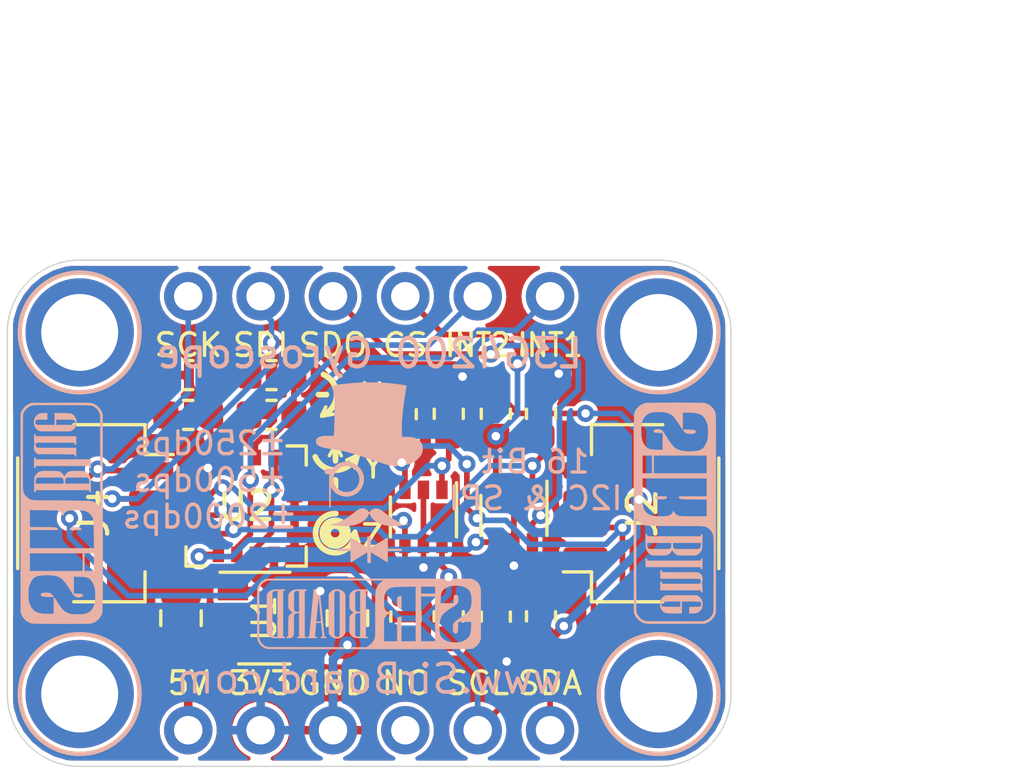
<source format=kicad_pcb>
(kicad_pcb (version 20171130) (host pcbnew "(5.1.2)-2")
  (title_block (title "L3G4200DTR Breakout with 5V Level Shift") (date 2020-01-21) (rev 1) (company SirBoard) (comment 1 www.SirBoard.com) (comment 2 "Gyroscope: ±250, ±500, ±2000 DPS ") (comment 3 "Digital 16 bit-rate value data output as well as 8-bit temperature data output") (comment 4 "L3G4200DTR - SirBlue"))
  (layers (0 F.Cu signal) (31 B.Cu signal) (34 B.Paste user hide) (35 F.Paste user hide) (36 B.SilkS user) (37 F.SilkS user) (38 B.Mask user hide) (39 F.Mask user hide) (44 Edge.Cuts user))
  (net 0 "")
  (net 1 GND)
  (net 2 5V)
  (net 3 3V3)
  (net 4 "Net-(U1-Pad4)")
  (net 5 INT1)
  (net 6 SCL_5V)
  (net 7 SDA_3V3)
  (net 8 SDA_5V)
  (net 9 SCL_3V3)
  (net 10 CS_5V)
  (net 11 CS_3V3)
  (net 12 PLL)
  (net 13 "Net-(C5-Pad2)")
  (net 14 NC)
  (net 15 DRDY)
  (net 16 SDO_5V)
  (net 17 SDO_3V3)
  (module logo:SirBoard79x25 (layer B.Cu) (at 65.278 39.497 180)
    (fp_text reference G*** hide)
    (fp_text value LOGO hide)
  )
  (module logo:logo63x89 (layer B.Cu) (at 65.278 34.544 180)
    (fp_text reference G*** hide)
    (fp_text value LOGO hide)
  )
  (module logo:SirBlue78x29 (layer B.Cu) (at 76.0095 35.9664 270)
    (fp_text reference G*** hide)
    (fp_text value LOGO hide)
  )
  (module logo:SirBlue78x29 (layer B.Cu) (at 54.483 35.9664 90)
    (fp_text reference G*** hide)
    (fp_text value LOGO hide)
  )
  (module Connector_PinHeader_2.54mm:PinHeader_1x06_P2.54mm_Vertical (layer B.Cu) (at 58.928 28.3464 270)
    (fp_text reference J3 hide)
    (fp_text value Conn_01x06)
    (pad 6 thru_hole oval (at 0 -12.7 270) (size 1.7 1.7) (drill 1) (layers *.Cu *.Mask) (net 5 INT1))
    (pad 5 thru_hole oval (at 0 -10.16 270) (size 1.7 1.7) (drill 1) (layers *.Cu *.Mask) (net 15 DRDY))
    (pad 4 thru_hole oval (at 0 -7.62 270) (size 1.7 1.7) (drill 1) (layers *.Cu *.Mask) (net 10 CS_5V))
    (pad 3 thru_hole oval (at 0 -5.08 270) (size 1.7 1.7) (drill 1) (layers *.Cu *.Mask) (net 16 SDO_5V))
    (pad 2 thru_hole oval (at 0 -2.54 270) (size 1.7 1.7) (drill 1) (layers *.Cu *.Mask) (net 8 SDA_5V))
    (pad 1 thru_hole circle (at 0 0 270) (size 1.7 1.7) (drill 1) (layers *.Cu *.Mask) (net 6 SCL_5V))
  )
  (module Connector_PinHeader_2.54mm:PinHeader_1x06_P2.54mm_Vertical (layer B.Cu) (at 58.928 43.5864 270)
    (fp_text reference J1 hide)
    (fp_text value Conn_01x06)
    (pad 6 thru_hole oval (at 0 -12.7 270) (size 1.7 1.7) (drill 1) (layers *.Cu *.Mask) (net 8 SDA_5V))
    (pad 5 thru_hole oval (at 0 -10.16 270) (size 1.7 1.7) (drill 1) (layers *.Cu *.Mask) (net 6 SCL_5V))
    (pad 4 thru_hole oval (at 0 -7.62 270) (size 1.7 1.7) (drill 1) (layers *.Cu *.Mask) (net 14 NC))
    (pad 3 thru_hole oval (at 0 -5.08 270) (size 1.7 1.7) (drill 1) (layers *.Cu *.Mask) (net 1 GND))
    (pad 2 thru_hole oval (at 0 -2.54 270) (size 1.7 1.7) (drill 1) (layers *.Cu *.Mask) (net 3 3V3))
    (pad 1 thru_hole circle (at 0 0 270) (size 1.7 1.7) (drill 1) (layers *.Cu *.Mask) (net 2 5V))
  )
  (module Package_LGA:LGA-16_4x4mm_P0.65mm_LayoutBorder4x4y (layer F.Cu) (at 60.96 35.7124)
    (fp_text reference U2 (at 0 0) (layer F.SilkS))
    (fp_text value L3G4200)
    (pad 16 smd rect (at -0.975 -1.7) (size 0.4 0.55) (layers F.Cu F.Paste F.Mask) (net 3 3V3))
    (pad 15 smd rect (at -0.325 -1.7) (size 0.4 0.55) (layers F.Cu F.Paste F.Mask) (net 3 3V3))
    (pad 14 smd rect (at 0.325 -1.7) (size 0.4 0.55) (layers F.Cu F.Paste F.Mask) (net 12 PLL))
    (pad 13 smd rect (at 0.975 -1.7) (size 0.4 0.55) (layers F.Cu F.Paste F.Mask) (net 1 GND))
    (pad 12 smd rect (at 1.7 -0.975) (size 0.55 0.4) (layers F.Cu F.Paste F.Mask) (net 1 GND))
    (pad 11 smd rect (at 1.7 -0.325) (size 0.55 0.4) (layers F.Cu F.Paste F.Mask) (net 1 GND))
    (pad 10 smd rect (at 1.7 0.325) (size 0.55 0.4) (layers F.Cu F.Paste F.Mask) (net 1 GND))
    (pad 9 smd rect (at 1.7 0.975) (size 0.55 0.4) (layers F.Cu F.Paste F.Mask) (net 1 GND))
    (pad 8 smd rect (at 0.975 1.7) (size 0.4 0.55) (layers F.Cu F.Paste F.Mask) (net 1 GND))
    (pad 7 smd rect (at 0.325 1.7) (size 0.4 0.55) (layers F.Cu F.Paste F.Mask) (net 5 INT1))
    (pad 6 smd rect (at -0.325 1.7) (size 0.4 0.55) (layers F.Cu F.Paste F.Mask) (net 15 DRDY))
    (pad 5 smd rect (at -0.975 1.7) (size 0.4 0.55) (layers F.Cu F.Paste F.Mask) (net 11 CS_3V3))
    (pad 4 smd rect (at -1.7 0.975) (size 0.55 0.4) (layers F.Cu F.Paste F.Mask) (net 17 SDO_3V3))
    (pad 3 smd rect (at -1.7 0.325) (size 0.55 0.4) (layers F.Cu F.Paste F.Mask) (net 7 SDA_3V3))
    (pad 2 smd rect (at -1.7 -0.325) (size 0.55 0.4) (layers F.Cu F.Paste F.Mask) (net 9 SCL_3V3))
    (pad 1 smd rect (at -1.7 -0.975) (size 0.55 0.4) (layers F.Cu F.Paste F.Mask) (net 3 3V3))
  )
  (module Package_TO_SOT_SMD:SOT-23-5 (layer F.Cu) (at 61.595 39.6494)
    (fp_text reference U1 (at 0 0 90) (layer F.SilkS) (effects (font (size 0.8 0.8) (thickness 0.12))))
    (fp_text value AP2127K-3.3)
    (pad 5 smd rect (at 1.1 -0.95) (size 1.06 0.65) (layers F.Cu F.Paste F.Mask) (net 3 3V3))
    (pad 4 smd rect (at 1.1 0.95) (size 1.06 0.65) (layers F.Cu F.Paste F.Mask) (net 4 "Net-(U1-Pad4)"))
    (pad 3 smd rect (at -1.1 0.95) (size 1.06 0.65) (layers F.Cu F.Paste F.Mask) (net 2 5V))
    (pad 2 smd rect (at -1.1 0) (size 1.06 0.65) (layers F.Cu F.Paste F.Mask) (net 1 GND))
    (pad 1 smd rect (at -1.1 -0.95) (size 1.06 0.65) (layers F.Cu F.Paste F.Mask) (net 2 5V))
  )
  (module Resistor_SMD:R_0603_1608Metric (layer F.Cu) (at 58.928 31.115 180)
    (fp_text reference R9 hide)
    (fp_text value 10K)
    (pad 2 smd roundrect (at 0.7875 0 180) (size 0.875 0.95) (layers F.Cu F.Paste F.Mask) (net 1 GND))
    (pad 1 smd roundrect (at -0.7875 0 180) (size 0.875 0.95) (layers F.Cu F.Paste F.Mask) (net 13 "Net-(C5-Pad2)"))
  )
  (module Connector_JST:JST_SH_SM04B-SRSS-TB_1x04-1MP_P1.00mm_Horizontal (layer F.Cu) (at 55.626 35.9664 270)
    (fp_text reference J4 (at 0 0 270) (layer F.SilkS))
    (fp_text value Conn_01x04)
    (pad MP smd roundrect (at 2.8 1.875 270) (size 1.2 1.8) (layers F.Cu F.Paste F.Mask) (roundrect_rratio 0.208333))
    (pad MP smd roundrect (at -2.8 1.875 270) (size 1.2 1.8) (layers F.Cu F.Paste F.Mask) (roundrect_rratio 0.208333))
    (pad 4 smd roundrect (at 1.5 -2 270) (size 0.6 1.55) (layers F.Cu F.Paste F.Mask) (net 1 GND))
    (pad 3 smd roundrect (at 0.5 -2 270) (size 0.6 1.55) (layers F.Cu F.Paste F.Mask) (net 2 5V))
    (pad 2 smd roundrect (at -0.5 -2 270) (size 0.6 1.55) (layers F.Cu F.Paste F.Mask) (net 8 SDA_5V))
    (pad 1 smd roundrect (at -1.5 -2 270) (size 0.6 1.55) (layers F.Cu F.Paste F.Mask) (net 6 SCL_5V))
  )
  (module Connector_JST:JST_SH_SM04B-SRSS-TB_1x04-1MP_P1.00mm_Horizontal (layer F.Cu) (at 74.8665 35.9664 90)
    (fp_text reference J2 (at 0 0 90) (layer F.SilkS))
    (fp_text value Conn_01x04)
    (pad MP smd roundrect (at 2.8 1.875 90) (size 1.2 1.8) (layers F.Cu F.Paste F.Mask) (roundrect_rratio 0.208333))
    (pad MP smd roundrect (at -2.8 1.875 90) (size 1.2 1.8) (layers F.Cu F.Paste F.Mask) (roundrect_rratio 0.208333))
    (pad 4 smd roundrect (at 1.5 -2 90) (size 0.6 1.55) (layers F.Cu F.Paste F.Mask) (net 1 GND))
    (pad 3 smd roundrect (at 0.5 -2 90) (size 0.6 1.55) (layers F.Cu F.Paste F.Mask) (net 2 5V))
    (pad 2 smd roundrect (at -0.5 -2 90) (size 0.6 1.55) (layers F.Cu F.Paste F.Mask) (net 8 SDA_5V))
    (pad 1 smd roundrect (at -1.5 -2 90) (size 0.6 1.55) (layers F.Cu F.Paste F.Mask) (net 6 SCL_5V))
  )
  (module Capacitor_SMD:C_0603_1608Metric (layer F.Cu) (at 61.849 31.115 180)
    (fp_text reference C5 hide)
    (fp_text value 470nF)
    (pad 2 smd roundrect (at 0.7875 0 180) (size 0.875 0.95) (layers F.Cu F.Paste F.Mask) (net 13 "Net-(C5-Pad2)"))
    (pad 1 smd roundrect (at -0.7875 0 180) (size 0.875 0.95) (layers F.Cu F.Paste F.Mask) (net 12 PLL))
  )
  (module Capacitor_SMD:C_0805_2012Metric (layer F.Cu) (at 64.516 39.6494 270)
    (fp_text reference C4 hide)
    (fp_text value 10uF)
    (pad 2 smd roundrect (at 0.9375 0 270) (size 0.975 1.4) (layers F.Cu F.Paste F.Mask) (net 1 GND))
    (pad 1 smd roundrect (at -0.9375 0 270) (size 0.975 1.4) (layers F.Cu F.Paste F.Mask) (net 3 3V3))
  )
  (module Capacitor_SMD:C_0603_1608Metric (layer F.Cu) (at 61.849 32.512 180)
    (fp_text reference C3 hide)
    (fp_text value 10nF)
    (pad 2 smd roundrect (at 0.7875 0 180) (size 0.875 0.95) (layers F.Cu F.Paste F.Mask) (net 1 GND))
    (pad 1 smd roundrect (at -0.7875 0 180) (size 0.875 0.95) (layers F.Cu F.Paste F.Mask) (net 12 PLL))
  )
  (module Capacitor_SMD:C_0603_1608Metric (layer F.Cu) (at 58.928 32.512 180)
    (fp_text reference C2 hide)
    (fp_text value 100nF)
    (pad 2 smd roundrect (at 0.7875 0 180) (size 0.875 0.95) (layers F.Cu F.Paste F.Mask) (net 1 GND))
    (pad 1 smd roundrect (at -0.7875 0 180) (size 0.875 0.95) (layers F.Cu F.Paste F.Mask) (net 3 3V3))
  )
  (module Capacitor_SMD:C_0805_2012Metric (layer F.Cu) (at 58.674 39.6494 90)
    (fp_text reference C1 hide)
    (fp_text value 10uF)
    (pad 2 smd roundrect (at 0.9375 0 90) (size 0.975 1.4) (layers F.Cu F.Paste F.Mask) (net 1 GND))
    (pad 1 smd roundrect (at -0.9375 0 90) (size 0.975 1.4) (layers F.Cu F.Paste F.Mask) (net 2 5V))
  )
  (module SirBoardLibrary:MountingHole_M2.5_SirBoard (layer F.Cu) (at 55.118 42.3164 270)
    (fp_text reference H1 hide)
    (fp_text value MountingHole)
    (pad 1 thru_hole circle (at 0 0 270) (size 3.8 3.8) (drill 2.7) (layers *.Cu *.Mask))
  )
  (module SirBoardLibrary:MountingHole_M2.5_SirBoard (layer F.Cu) (at 55.118 29.6164 270)
    (fp_text reference H2 hide)
    (fp_text value MountingHole)
    (pad 1 thru_hole circle (at 0 0 270) (size 3.8 3.8) (drill 2.7) (layers *.Cu *.Mask))
  )
  (module SirBoardLibrary:MountingHole_M2.5_SirBoard (layer F.Cu) (at 75.438 42.3164 90)
    (fp_text reference H3 hide)
    (fp_text value MountingHole)
    (pad 1 thru_hole circle (at 0 0 90) (size 3.8 3.8) (drill 2.7) (layers *.Cu *.Mask))
  )
  (module SirBoardLibrary:MountingHole_M2.5_SirBoard (layer F.Cu) (at 75.438 29.6164 90)
    (fp_text reference H4 hide)
    (fp_text value MountingHole)
    (pad 1 thru_hole circle (at 0 0 90) (size 3.8 3.8) (drill 2.7) (layers *.Cu *.Mask))
  )
  (module Resistor_SMD:R_0603_1608Metric (layer F.Cu) (at 66.421 32.4866 270)
    (fp_text reference R8 hide)
    (fp_text value 10K)
    (pad 2 smd roundrect (at 0.7875 0 270) (size 0.875 0.95) (layers F.Cu F.Paste F.Mask) (net 8 SDA_5V))
    (pad 1 smd roundrect (at -0.7875 0 270) (size 0.875 0.95) (layers F.Cu F.Paste F.Mask) (net 2 5V))
  )
  (module Resistor_SMD:R_0603_1608Metric (layer F.Cu) (at 66.548 39.5986 270)
    (fp_text reference R7 hide)
    (fp_text value 10K)
    (pad 2 smd roundrect (at 0.7875 0 270) (size 0.875 0.95) (layers F.Cu F.Paste F.Mask) (net 3 3V3))
    (pad 1 smd roundrect (at -0.7875 0 270) (size 0.875 0.95) (layers F.Cu F.Paste F.Mask) (net 7 SDA_3V3))
  )
  (module Resistor_SMD:R_0603_1608Metric (layer F.Cu) (at 68.072 39.5859 90)
    (fp_text reference R6 hide)
    (fp_text value 10K)
    (pad 2 smd roundrect (at 0.7875 0 90) (size 0.875 0.95) (layers F.Cu F.Paste F.Mask) (net 6 SCL_5V))
    (pad 1 smd roundrect (at -0.7875 0 90) (size 0.875 0.95) (layers F.Cu F.Paste F.Mask) (net 2 5V))
  )
  (module Resistor_SMD:R_0603_1608Metric (layer F.Cu) (at 68.072 32.4739 90)
    (fp_text reference R5 hide)
    (fp_text value 10K)
    (pad 2 smd roundrect (at 0.7875 0 90) (size 0.875 0.95) (layers F.Cu F.Paste F.Mask) (net 3 3V3))
    (pad 1 smd roundrect (at -0.7875 0 90) (size 0.875 0.95) (layers F.Cu F.Paste F.Mask) (net 9 SCL_3V3))
  )
  (module Resistor_SMD:R_0603_1608Metric (layer F.Cu) (at 69.723 32.4739 270)
    (fp_text reference R4 hide)
    (fp_text value 10K)
    (pad 2 smd roundrect (at 0.7875 0 270) (size 0.875 0.95) (layers F.Cu F.Paste F.Mask) (net 10 CS_5V))
    (pad 1 smd roundrect (at -0.7875 0 270) (size 0.875 0.95) (layers F.Cu F.Paste F.Mask) (net 2 5V))
  )
  (module Resistor_SMD:R_0603_1608Metric (layer F.Cu) (at 69.723 39.5986 270)
    (fp_text reference R3 hide)
    (fp_text value 10K)
    (pad 2 smd roundrect (at 0.7875 0 270) (size 0.875 0.95) (layers F.Cu F.Paste F.Mask) (net 3 3V3))
    (pad 1 smd roundrect (at -0.7875 0 270) (size 0.875 0.95) (layers F.Cu F.Paste F.Mask) (net 11 CS_3V3))
  )
  (module Resistor_SMD:R_0603_1608Metric (layer F.Cu) (at 71.3105 39.5859 90)
    (fp_text reference R2 hide)
    (fp_text value 10K)
    (pad 2 smd roundrect (at 0.7875 0 90) (size 0.875 0.95) (layers F.Cu F.Paste F.Mask) (net 16 SDO_5V))
    (pad 1 smd roundrect (at -0.7875 0 90) (size 0.875 0.95) (layers F.Cu F.Paste F.Mask) (net 2 5V))
  )
  (module Resistor_SMD:R_0603_1608Metric (layer F.Cu) (at 71.3105 32.4739 90)
    (fp_text reference R1 hide)
    (fp_text value 10K)
    (pad 2 smd roundrect (at 0.7875 0 90) (size 0.875 0.95) (layers F.Cu F.Paste F.Mask) (net 3 3V3))
    (pad 1 smd roundrect (at -0.7875 0 90) (size 0.875 0.95) (layers F.Cu F.Paste F.Mask) (net 17 SDO_3V3))
  )
  (module Package_TO_SOT_SMD:SOT-363_SC-70-6 (layer F.Cu) (at 67.183 36.0934 270)
    (fp_text reference Q2 hide)
    (fp_text value BSS138DW)
    (pad 6 smd rect (at 0.95 -0.65 270) (size 0.65 0.4) (layers F.Cu F.Paste F.Mask) (net 6 SCL_5V))
    (pad 4 smd rect (at 0.95 0.65 270) (size 0.65 0.4) (layers F.Cu F.Paste F.Mask) (net 7 SDA_3V3))
    (pad 2 smd rect (at -0.95 0 270) (size 0.65 0.4) (layers F.Cu F.Paste F.Mask) (net 3 3V3))
    (pad 5 smd rect (at 0.95 0 270) (size 0.65 0.4) (layers F.Cu F.Paste F.Mask) (net 3 3V3))
    (pad 3 smd rect (at -0.95 0.65 270) (size 0.65 0.4) (layers F.Cu F.Paste F.Mask) (net 8 SDA_5V))
    (pad 1 smd rect (at -0.95 -0.65 270) (size 0.65 0.4) (layers F.Cu F.Paste F.Mask) (net 9 SCL_3V3))
  )
  (module Package_TO_SOT_SMD:SOT-363_SC-70-6 (layer F.Cu) (at 70.358 36.0426 270)
    (fp_text reference Q1 hide)
    (fp_text value BSS138DW)
    (pad 6 smd rect (at 0.95 -0.65 270) (size 0.65 0.4) (layers F.Cu F.Paste F.Mask) (net 16 SDO_5V))
    (pad 4 smd rect (at 0.95 0.65 270) (size 0.65 0.4) (layers F.Cu F.Paste F.Mask) (net 11 CS_3V3))
    (pad 2 smd rect (at -0.95 0 270) (size 0.65 0.4) (layers F.Cu F.Paste F.Mask) (net 3 3V3))
    (pad 5 smd rect (at 0.95 0 270) (size 0.65 0.4) (layers F.Cu F.Paste F.Mask) (net 3 3V3))
    (pad 3 smd rect (at -0.95 0.65 270) (size 0.65 0.4) (layers F.Cu F.Paste F.Mask) (net 10 CS_5V))
    (pad 1 smd rect (at -0.95 -0.65 270) (size 0.65 0.4) (layers F.Cu F.Paste F.Mask) (net 17 SDO_3V3))
  )
  (gr_text "16 Bit\nI2C & SPI" (at 71.12 34.798) (layer B.SilkS) (effects (font (size 0.8 0.8) (thickness 0.12)) (justify mirror)))
  (gr_line (start 63.754 32.2326) (end 63.6016 32.5501) (layer F.SilkS) (width 0.12))
  (gr_line (start 63.6143 32.5628) (end 64.0207 32.4866) (layer F.SilkS) (width 0.12))
  (gr_arc (start 63.3603 31.8008) (end 63.6651 32.512) (angle -132.8389205) (layer F.SilkS) (width 0.2))
  (gr_line (start 63.5 31.8008) (end 63.7794 31.8008) (layer F.SilkS) (width 0.2))
  (gr_line (start 64.4525 31.8008) (end 64.9351 31.8008) (layer F.SilkS) (width 0.2))
  (gr_line (start 65.024 31.8008) (end 64.6303 31.5849) (layer F.SilkS) (width 0.12))
  (gr_line (start 65.0113 31.8135) (end 64.6303 32.004) (layer F.SilkS) (width 0.12))
  (gr_line (start 64.1096 33.5661) (end 64.3001 33.9471) (layer F.SilkS) (width 0.12))
  (gr_line (start 64.0969 33.5534) (end 63.881 33.9471) (layer F.SilkS) (width 0.12))
  (gr_text Y (at 65.4177 34.3281) (layer F.SilkS) (effects (font (size 0.8 0.8) (thickness 0.13))))
  (gr_text Z (at 65.3923 36.703 180) (layer F.SilkS) (effects (font (size 0.8 0.8) (thickness 0.13))))
  (gr_text X (at 65.3796 31.8262) (layer F.SilkS) (effects (font (size 0.8 0.8) (thickness 0.13))))
  (gr_circle (center 64.0842 36.6649) (end 64.2342 36.6649) (layer F.SilkS) (width 0.4))
  (gr_arc (start 64.0842 36.6649) (end 64.1096 35.9791) (angle -272.1210964) (layer F.SilkS) (width 0.2))
  (gr_line (start 64.516 36.9062) (end 64.7827 36.5887) (layer F.SilkS) (width 0.12))
  (gr_line (start 64.7954 36.5887) (end 64.9224 36.9951) (layer F.SilkS) (width 0.12))
  (gr_line (start 64.0969 34.1249) (end 64.0969 33.6423) (layer F.SilkS) (width 0.2))
  (gr_line (start 64.0969 35.0774) (end 64.0969 34.798) (layer F.SilkS) (width 0.2))
  (gr_arc (start 64.0969 33.6804) (end 63.3857 33.9852) (angle -132.8389205) (layer F.SilkS) (width 0.2))
  (gr_line (start 64.7827 34.3789) (end 64.897 33.9471) (layer F.SilkS) (width 0.12))
  (gr_line (start 64.8716 33.9217) (end 64.4906 34.0995) (layer F.SilkS) (width 0.12))
  (gr_text INT1 (at 71.628 30.0609) (layer F.SilkS) (effects (font (size 0.8 0.7) (thickness 0.12))))
  (gr_text INT2 (at 69.088 30.0609) (layer F.SilkS) (effects (font (size 0.8 0.7) (thickness 0.12))))
  (gr_text SCK (at 58.928 30.0609) (layer F.SilkS) (effects (font (size 0.8 0.8) (thickness 0.12))))
  (gr_text SDI (at 61.468 30.0609) (layer F.SilkS) (effects (font (size 0.8 0.8) (thickness 0.12))))
  (gr_text SDO (at 64.008 30.0609) (layer F.SilkS) (effects (font (size 0.8 0.8) (thickness 0.12))))
  (gr_text CS (at 66.548 30.0609) (layer F.SilkS) (effects (font (size 0.8 0.8) (thickness 0.12))))
  (gr_text 5V (at 58.928 41.9354) (layer F.SilkS) (effects (font (size 0.8 0.8) (thickness 0.12))))
  (gr_text 3V3 (at 61.468 41.9354) (layer F.SilkS) (effects (font (size 0.8 0.8) (thickness 0.12))))
  (gr_text GND (at 64.008 41.9354) (layer F.SilkS) (effects (font (size 0.8 0.8) (thickness 0.12))))
  (gr_text NC (at 66.548 41.9354) (layer F.SilkS) (effects (font (size 0.8 0.8) (thickness 0.12))))
  (gr_text SCL (at 69.088 41.9354) (layer F.SilkS) (effects (font (size 0.8 0.8) (thickness 0.12))))
  (gr_text SDA (at 71.628 41.9354) (layer F.SilkS) (effects (font (size 0.8 0.8) (thickness 0.12))))
  (gr_arc (start 55.118 29.6164) (end 55.118 27.0764) (angle -90) (layer Edge.Cuts) (width 0.05))
  (gr_arc (start 75.438 29.6164) (end 77.978 29.6164) (angle -90) (layer Edge.Cuts) (width 0.05))
  (gr_arc (start 75.438 42.3164) (end 75.438 44.8564) (angle -90) (layer Edge.Cuts) (width 0.05))
  (gr_arc (start 55.118 42.3164) (end 52.578 42.3164) (angle -90) (layer Edge.Cuts) (width 0.05))
  (gr_line (start 52.578 42.3164) (end 52.578 29.6164) (layer Edge.Cuts) (width 0.05))
  (gr_line (start 55.118 27.0764) (end 75.438 27.0764) (layer Edge.Cuts) (width 0.05))
  (gr_line (start 77.978 29.6164) (end 77.978 42.3164) (layer Edge.Cuts) (width 0.05))
  (gr_line (start 75.438 44.8564) (end 55.118 44.8564) (layer Edge.Cuts) (width 0.05))
  (gr_text "L3G4200 Gyroscope" (at 65.278 30.353) (layer B.SilkS) (effects (font (size 1 1)) (justify mirror)))
  (gr_text "±250dps\n±500dps\n±2000dps" (at 59.69 34.798) (layer B.SilkS) (effects (font (size 0.8 0.8) (thickness 0.12)) (justify mirror)))
  (gr_text www.SirBoard.com (at 65.278 41.783) (layer B.SilkS) (effects (font (size 1 1) (thickness 0.13)) (justify mirror)))
  (via (at 64.516 40.5892) (size 0.6) (drill 0.3) (layers F.Cu B.Cu) (net 1))
  (segment (start 64.008 41.0972) (end 64.516 40.5892) (width 0.3) (layer B.Cu) (net 1))
  (segment (start 64.008 43.5864) (end 64.008 41.0972) (width 0.3) (layer B.Cu) (net 1))
  (segment (start 58.674 40.5869) (end 58.674 41.7449) (width 0.3) (layer F.Cu) (net 2))
  (segment (start 58.928 41.9989) (end 58.928 43.5864) (width 0.3) (layer F.Cu) (net 2))
  (segment (start 58.674 41.7449) (end 58.928 41.9989) (width 0.3) (layer F.Cu) (net 2))
  (segment (start 58.6865 40.5994) (end 58.674 40.5869) (width 0.3) (layer F.Cu) (net 2))
  (segment (start 60.495 40.5994) (end 58.6865 40.5994) (width 0.3) (layer F.Cu) (net 2))
  (segment (start 61.2165 40.5994) (end 60.495 40.5994) (width 0.3) (layer F.Cu) (net 2))
  (segment (start 61.468 40.3479) (end 61.2165 40.5994) (width 0.3) (layer F.Cu) (net 2))
  (segment (start 61.468 38.9509) (end 61.468 40.3479) (width 0.3) (layer F.Cu) (net 2))
  (segment (start 60.495 38.6994) (end 61.2165 38.6994) (width 0.3) (layer F.Cu) (net 2))
  (segment (start 61.2165 38.6994) (end 61.468 38.9509) (width 0.3) (layer F.Cu) (net 2))
  (segment (start 70.848888 39.911788) (end 71.3105 40.3734) (width 0.2) (layer F.Cu) (net 2))
  (segment (start 70.523 39.5859) (end 70.848888 39.911788) (width 0.2) (layer F.Cu) (net 2))
  (segment (start 68.072 40.3734) (end 68.8595 39.5859) (width 0.2) (layer F.Cu) (net 2))
  (segment (start 68.8595 39.5859) (end 70.523 39.5859) (width 0.2) (layer F.Cu) (net 2))
  (segment (start 69.261388 32.148012) (end 69.723 31.6864) (width 0.2) (layer F.Cu) (net 2))
  (segment (start 68.9355 32.4739) (end 69.261388 32.148012) (width 0.2) (layer F.Cu) (net 2))
  (segment (start 66.421 31.6991) (end 67.1958 32.4739) (width 0.2) (layer F.Cu) (net 2))
  (segment (start 67.1958 32.4739) (end 68.9355 32.4739) (width 0.2) (layer F.Cu) (net 2))
  (segment (start 68.072 40.3734) (end 66.637 41.8084) (width 0.3) (layer F.Cu) (net 2))
  (segment (start 66.637 41.8084) (end 60.96 41.8084) (width 0.3) (layer F.Cu) (net 2))
  (segment (start 60.495 41.3434) (end 60.495 40.5994) (width 0.3) (layer F.Cu) (net 2))
  (segment (start 60.96 41.8084) (end 60.495 41.3434) (width 0.3) (layer F.Cu) (net 2))
  (via (at 72.1106 39.9288) (size 0.6) (drill 0.3) (layers F.Cu B.Cu) (net 2))
  (segment (start 71.3105 40.3734) (end 71.666 40.3734) (width 0.3) (layer F.Cu) (net 2))
  (segment (start 71.666 40.3734) (end 72.1106 39.9288) (width 0.3) (layer F.Cu) (net 2))
  (segment (start 72.1106 39.9288) (end 75.1078 36.9316) (width 0.3) (layer B.Cu) (net 2))
  (via (at 74.7522 35.4838) (size 0.6) (drill 0.3) (layers F.Cu B.Cu) (net 2))
  (segment (start 75.1078 36.9316) (end 75.1078 35.8394) (width 0.3) (layer B.Cu) (net 2))
  (segment (start 75.1078 35.8394) (end 74.7522 35.4838) (width 0.3) (layer B.Cu) (net 2))
  (segment (start 72.8839 35.4838) (end 72.8665 35.4664) (width 0.3) (layer F.Cu) (net 2))
  (segment (start 74.7522 35.4838) (end 72.8839 35.4838) (width 0.3) (layer F.Cu) (net 2))
  (segment (start 70.4978 32.4612) (end 72.8726 32.4612) (width 0.2) (layer F.Cu) (net 2))
  (segment (start 69.723 31.6864) (end 70.4978 32.4612) (width 0.2) (layer F.Cu) (net 2))
  (via (at 72.8726 32.4612) (size 0.6) (drill 0.3) (layers F.Cu B.Cu) (net 2))
  (segment (start 74.7522 33.1216) (end 74.7522 35.4838) (width 0.2) (layer B.Cu) (net 2))
  (segment (start 72.8726 32.4612) (end 74.0918 32.4612) (width 0.2) (layer B.Cu) (net 2))
  (segment (start 74.0918 32.4612) (end 74.7522 33.1216) (width 0.2) (layer B.Cu) (net 2))
  (segment (start 57.5541 40.5869) (end 58.674 40.5869) (width 0.3) (layer F.Cu) (net 2))
  (segment (start 55.7784 38.8112) (end 57.5541 40.5869) (width 0.3) (layer F.Cu) (net 2))
  (segment (start 55.7784 37.0586) (end 55.7784 38.8112) (width 0.3) (layer F.Cu) (net 2))
  (segment (start 57.626 36.4664) (end 56.3706 36.4664) (width 0.3) (layer F.Cu) (net 2))
  (segment (start 56.3706 36.4664) (end 55.7784 37.0586) (width 0.3) (layer F.Cu) (net 2))
  (segment (start 64.5035 38.6994) (end 64.516 38.7119) (width 0.3) (layer F.Cu) (net 3))
  (segment (start 62.695 38.6994) (end 63.561 38.6994) (width 0.3) (layer F.Cu) (net 3))
  (segment (start 63.561 38.6994) (end 64.5035 38.6994) (width 0.3) (layer F.Cu) (net 3))
  (via (at 63.561 38.6994) (size 0.6) (drill 0.3) (layers F.Cu B.Cu) (net 3))
  (segment (start 60.635 34.0124) (end 59.985 34.0124) (width 0.2) (layer F.Cu) (net 3))
  (segment (start 59.26 34.7374) (end 59.6225 34.3749) (width 0.2) (layer F.Cu) (net 3))
  (segment (start 59.6225 34.3749) (end 59.985 34.0124) (width 0.2) (layer F.Cu) (net 3))
  (via (at 59.6225 34.3749) (size 0.6) (drill 0.3) (layers F.Cu B.Cu) (net 3))
  (segment (start 66.1902 40.3861) (end 66.548 40.3861) (width 0.2) (layer F.Cu) (net 3))
  (segment (start 64.516 38.7119) (end 66.1902 40.3861) (width 0.2) (layer F.Cu) (net 3))
  (segment (start 67.183 37.0434) (end 67.183 35.1434) (width 0.2) (layer F.Cu) (net 3))
  (segment (start 70.358 35.0926) (end 70.358 36.9926) (width 0.2) (layer F.Cu) (net 3))
  (via (at 67.183 37.8714) (size 0.6) (drill 0.3) (layers F.Cu B.Cu) (net 3))
  (segment (start 67.183 37.0434) (end 67.183 37.8714) (width 0.2) (layer F.Cu) (net 3))
  (via (at 70.358 37.8079) (size 0.6) (drill 0.3) (layers F.Cu B.Cu) (net 3))
  (segment (start 70.358 36.9926) (end 70.358 37.8079) (width 0.2) (layer F.Cu) (net 3))
  (via (at 70.104 41.1734) (size 0.6) (drill 0.3) (layers F.Cu B.Cu) (net 3))
  (segment (start 69.723 40.3861) (end 69.723 40.7924) (width 0.2) (layer F.Cu) (net 3))
  (segment (start 69.723 40.7924) (end 70.104 41.1734) (width 0.2) (layer F.Cu) (net 3))
  (via (at 71.9328 31.0642) (size 0.6) (drill 0.3) (layers F.Cu B.Cu) (net 3))
  (segment (start 71.3105 31.6864) (end 71.3106 31.6864) (width 0.3) (layer F.Cu) (net 3))
  (segment (start 71.3106 31.6864) (end 71.9328 31.0642) (width 0.3) (layer F.Cu) (net 3))
  (via (at 68.5546 31.1658) (size 0.6) (drill 0.3) (layers F.Cu B.Cu) (net 3))
  (segment (start 68.072 31.6864) (end 68.072 31.6484) (width 0.3) (layer F.Cu) (net 3))
  (segment (start 68.072 31.6484) (end 68.5546 31.1658) (width 0.3) (layer F.Cu) (net 3))
  (via (at 68.5546 31.1658) (size 0.6) (drill 0.3) (layers F.Cu B.Cu) (net 3))
  (segment (start 59.7155 33.2679) (end 59.7155 32.512) (width 0.2) (layer F.Cu) (net 3))
  (segment (start 59.985 34.0124) (end 59.985 33.5374) (width 0.2) (layer F.Cu) (net 3))
  (segment (start 59.985 33.5374) (end 59.7155 33.2679) (width 0.2) (layer F.Cu) (net 3))
  (via (at 61.849 35.1409) (size 0.6) (drill 0.3) (layers F.Cu B.Cu) (net 5))
  (segment (start 61.285 37.4124) (end 61.285 37.208664) (width 0.2) (layer F.Cu) (net 5))
  (segment (start 61.285 37.208664) (end 61.849 36.644664) (width 0.2) (layer F.Cu) (net 5))
  (segment (start 61.849 35.565164) (end 61.849 35.1409) (width 0.2) (layer F.Cu) (net 5))
  (segment (start 61.849 36.644664) (end 61.849 35.565164) (width 0.2) (layer F.Cu) (net 5))
  (segment (start 70.4342 29.5402) (end 71.628 28.3464) (width 0.2) (layer B.Cu) (net 5))
  (segment (start 69.1007 29.5402) (end 70.4342 29.5402) (width 0.2) (layer B.Cu) (net 5))
  (segment (start 68.1355 30.5054) (end 69.1007 29.5402) (width 0.2) (layer B.Cu) (net 5))
  (segment (start 64.5795 30.5054) (end 68.1355 30.5054) (width 0.2) (layer B.Cu) (net 5))
  (segment (start 61.849 35.1409) (end 61.849 33.2359) (width 0.2) (layer B.Cu) (net 5))
  (segment (start 61.849 33.2359) (end 64.5795 30.5054) (width 0.2) (layer B.Cu) (net 5))
  (segment (start 67.833 37.0434) (end 67.833 37.8229) (width 0.2) (layer F.Cu) (net 6))
  (segment (start 68.072 38.0619) (end 68.072 38.7984) (width 0.2) (layer F.Cu) (net 6))
  (segment (start 67.833 37.8229) (end 68.072 38.0619) (width 0.2) (layer F.Cu) (net 6))
  (via (at 68.072 38.2016) (size 0.6) (drill 0.3) (layers F.Cu B.Cu) (net 6))
  (segment (start 68.072 38.0619) (end 68.071994 38.061906) (width 0.2) (layer F.Cu) (net 6))
  (segment (start 70.9676 41.7068) (end 69.088 43.5864) (width 0.2) (layer F.Cu) (net 6))
  (segment (start 71.628 41.7068) (end 70.9676 41.7068) (width 0.2) (layer F.Cu) (net 6))
  (segment (start 73.152 40.1828) (end 71.628 41.7068) (width 0.2) (layer F.Cu) (net 6))
  (segment (start 72.8665 37.4664) (end 73.152 37.7519) (width 0.2) (layer F.Cu) (net 6))
  (segment (start 73.152 37.7519) (end 73.152 40.1828) (width 0.2) (layer F.Cu) (net 6))
  (via (at 54.7624 36.1442) (size 0.6) (drill 0.3) (layers F.Cu B.Cu) (net 6))
  (segment (start 54.7624 35.3822) (end 54.7624 36.1442) (width 0.2) (layer F.Cu) (net 6))
  (segment (start 57.626 34.4664) (end 55.6782 34.4664) (width 0.2) (layer F.Cu) (net 6))
  (segment (start 55.6782 34.4664) (end 54.7624 35.3822) (width 0.2) (layer F.Cu) (net 6))
  (segment (start 68.072 38.7984) (end 68.072 38.2016) (width 0.2) (layer B.Cu) (net 6))
  (segment (start 66.361641 39.657959) (end 67.212441 39.657959) (width 0.2) (layer B.Cu) (net 6))
  (segment (start 67.212441 39.657959) (end 68.072 38.7984) (width 0.2) (layer B.Cu) (net 6))
  (segment (start 67.216959 39.657959) (end 66.361641 39.657959) (width 0.2) (layer B.Cu) (net 6))
  (segment (start 69.088 43.5864) (end 69.088 41.529) (width 0.2) (layer B.Cu) (net 6))
  (segment (start 69.088 41.529) (end 67.216959 39.657959) (width 0.2) (layer B.Cu) (net 6))
  (via (at 55.753 34.417) (size 0.6) (drill 0.3) (layers F.Cu B.Cu) (net 6))
  (segment (start 56.261 34.417) (end 55.753 34.417) (width 0.2) (layer B.Cu) (net 6))
  (segment (start 58.928 28.3464) (end 58.928 31.75) (width 0.2) (layer B.Cu) (net 6))
  (segment (start 58.928 31.75) (end 56.261 34.417) (width 0.2) (layer B.Cu) (net 6))
  (segment (start 64.638581 37.9349) (end 66.361641 39.657959) (width 0.2) (layer B.Cu) (net 6))
  (segment (start 61.8871 37.9349) (end 64.638581 37.9349) (width 0.2) (layer B.Cu) (net 6))
  (segment (start 60.96 38.862) (end 61.8871 37.9349) (width 0.2) (layer B.Cu) (net 6))
  (segment (start 56.8198 38.862) (end 60.96 38.862) (width 0.2) (layer B.Cu) (net 6))
  (segment (start 54.7624 36.1442) (end 54.7624 36.8046) (width 0.2) (layer B.Cu) (net 6))
  (segment (start 54.7624 36.8046) (end 56.8198 38.862) (width 0.2) (layer B.Cu) (net 6))
  (segment (start 66.533 38.7961) (end 66.548 38.8111) (width 0.2) (layer F.Cu) (net 7))
  (segment (start 66.533 37.0434) (end 66.533 38.7961) (width 0.2) (layer F.Cu) (net 7))
  (via (at 60.1345 35.8394) (size 0.6) (drill 0.3) (layers F.Cu B.Cu) (net 7))
  (segment (start 59.9365 36.0374) (end 60.1345 35.8394) (width 0.2) (layer F.Cu) (net 7))
  (segment (start 59.26 36.0374) (end 59.9365 36.0374) (width 0.2) (layer F.Cu) (net 7))
  (via (at 66.4845 36.2204) (size 0.6) (drill 0.3) (layers F.Cu B.Cu) (net 7))
  (segment (start 66.533 36.2689) (end 66.4845 36.2204) (width 0.2) (layer F.Cu) (net 7))
  (segment (start 66.533 37.0434) (end 66.533 36.2689) (width 0.2) (layer F.Cu) (net 7))
  (segment (start 61.0108 36.1442) (end 62.9158 36.1442) (width 0.2) (layer B.Cu) (net 7))
  (segment (start 60.1345 35.8394) (end 60.706 35.8394) (width 0.2) (layer B.Cu) (net 7))
  (segment (start 60.706 35.8394) (end 61.0108 36.1442) (width 0.2) (layer B.Cu) (net 7))
  (segment (start 66.4083 36.1442) (end 66.4845 36.2204) (width 0.2) (layer B.Cu) (net 7))
  (segment (start 62.9412 36.1442) (end 66.4083 36.1442) (width 0.2) (layer B.Cu) (net 7))
  (segment (start 66.421 33.2741) (end 66.421 34.1884) (width 0.2) (layer F.Cu) (net 8))
  (segment (start 66.533 34.3004) (end 66.533 35.1434) (width 0.2) (layer F.Cu) (net 8))
  (segment (start 66.421 34.1884) (end 66.533 34.3004) (width 0.2) (layer F.Cu) (net 8))
  (segment (start 66.421 34.1884) (end 66.421 34.1884) (width 0.2) (layer F.Cu) (net 8))
  (via (at 66.421 34.1884) (size 0.6) (drill 0.3) (layers F.Cu B.Cu) (net 8))
  (segment (start 66.421 34.1884) (end 67.0052 33.6042) (width 0.2) (layer B.Cu) (net 8))
  (via (at 68.707 34.2392) (size 0.6) (drill 0.3) (layers F.Cu B.Cu) (net 8))
  (segment (start 67.0052 33.6042) (end 68.072 33.6042) (width 0.2) (layer B.Cu) (net 8))
  (segment (start 68.072 33.6042) (end 68.707 34.2392) (width 0.2) (layer B.Cu) (net 8))
  (via (at 69.0626 36.1442) (size 0.6) (drill 0.3) (layers F.Cu B.Cu) (net 8))
  (via (at 74.168 36.4744) (size 0.6) (drill 0.3) (layers F.Cu B.Cu) (net 8))
  (segment (start 74.16 36.4664) (end 72.8665 36.4664) (width 0.2) (layer F.Cu) (net 8))
  (segment (start 74.168 36.4744) (end 74.16 36.4664) (width 0.2) (layer F.Cu) (net 8))
  (segment (start 73.5838 37.0586) (end 74.168 36.4744) (width 0.2) (layer B.Cu) (net 8))
  (segment (start 70.9168 37.0586) (end 73.5838 37.0586) (width 0.2) (layer B.Cu) (net 8))
  (segment (start 70.073799 36.215599) (end 70.9168 37.0586) (width 0.2) (layer B.Cu) (net 8))
  (segment (start 69.0626 36.1442) (end 69.133999 36.215599) (width 0.2) (layer B.Cu) (net 8))
  (segment (start 69.133999 36.215599) (end 70.073799 36.215599) (width 0.2) (layer B.Cu) (net 8))
  (segment (start 68.707 35.7886) (end 69.0626 36.1442) (width 0.2) (layer F.Cu) (net 8))
  (segment (start 68.707 34.2392) (end 68.707 35.7886) (width 0.2) (layer F.Cu) (net 8))
  (segment (start 74.168 39.637844) (end 74.168 36.4744) (width 0.2) (layer F.Cu) (net 8))
  (segment (start 71.628 43.5864) (end 71.628 42.177844) (width 0.2) (layer F.Cu) (net 8))
  (segment (start 71.628 42.177844) (end 74.168 39.637844) (width 0.2) (layer F.Cu) (net 8))
  (segment (start 57.626 35.4664) (end 56.269 35.4664) (width 0.2) (layer F.Cu) (net 8))
  (segment (start 56.269 35.4664) (end 56.261 35.4584) (width 0.2) (layer F.Cu) (net 8))
  (via (at 56.261 35.4584) (size 0.6) (drill 0.3) (layers F.Cu B.Cu) (net 8))
  (via (at 61.849 29.972) (size 0.6) (drill 0.3) (layers F.Cu B.Cu) (net 8))
  (segment (start 61.849 30.098996) (end 61.848996 30.099) (width 0.2) (layer B.Cu) (net 8))
  (segment (start 61.849 29.21) (end 61.849 30.098996) (width 0.2) (layer B.Cu) (net 8))
  (segment (start 61.468 28.3464) (end 61.468 28.829) (width 0.2) (layer B.Cu) (net 8))
  (segment (start 61.468 28.829) (end 61.849 29.21) (width 0.2) (layer B.Cu) (net 8))
  (segment (start 57.133532 35.4584) (end 56.261 35.4584) (width 0.2) (layer B.Cu) (net 8))
  (segment (start 61.849 30.742932) (end 57.133532 35.4584) (width 0.2) (layer B.Cu) (net 8))
  (segment (start 61.848996 30.099) (end 61.849 30.099004) (width 0.2) (layer B.Cu) (net 8))
  (segment (start 61.849 30.099004) (end 61.849 30.742932) (width 0.2) (layer B.Cu) (net 8))
  (segment (start 63.1189 29.972) (end 61.849 29.972) (width 0.2) (layer F.Cu) (net 8))
  (segment (start 66.421 33.2741) (end 63.1189 29.972) (width 0.2) (layer F.Cu) (net 8))
  (segment (start 68.072 33.2614) (end 68.072 34.0614) (width 0.2) (layer F.Cu) (net 9))
  (segment (start 67.833 34.3004) (end 67.833 35.1434) (width 0.2) (layer F.Cu) (net 9))
  (segment (start 68.072 34.0614) (end 67.833 34.3004) (width 0.2) (layer F.Cu) (net 9))
  (via (at 60.1345 35.0774) (size 0.6) (drill 0.3) (layers F.Cu B.Cu) (net 9))
  (segment (start 59.944 35.0774) (end 60.1345 35.0774) (width 0.2) (layer F.Cu) (net 9))
  (segment (start 59.26 35.3874) (end 59.634 35.3874) (width 0.2) (layer F.Cu) (net 9))
  (segment (start 59.634 35.3874) (end 59.944 35.0774) (width 0.2) (layer F.Cu) (net 9))
  (via (at 67.833 34.3004) (size 0.6) (drill 0.3) (layers F.Cu B.Cu) (net 9))
  (segment (start 67.325 34.3004) (end 67.833 34.3004) (width 0.2) (layer B.Cu) (net 9))
  (segment (start 65.8368 35.7886) (end 67.325 34.3004) (width 0.2) (layer B.Cu) (net 9))
  (segment (start 61.2267 35.7886) (end 65.8368 35.7886) (width 0.2) (layer B.Cu) (net 9))
  (segment (start 60.1345 35.0774) (end 60.5155 35.0774) (width 0.2) (layer B.Cu) (net 9))
  (segment (start 60.5155 35.0774) (end 61.2267 35.7886) (width 0.2) (layer B.Cu) (net 9))
  (segment (start 69.723 35.0776) (end 69.708 35.0926) (width 0.2) (layer F.Cu) (net 10))
  (segment (start 69.723 33.2614) (end 69.723 35.0776) (width 0.2) (layer F.Cu) (net 10))
  (via (at 70.485 30.7086) (size 0.6) (drill 0.3) (layers F.Cu B.Cu) (net 10))
  (via (at 69.723 33.2614) (size 0.6) (drill 0.3) (layers F.Cu B.Cu) (net 10))
  (segment (start 70.485 30.7086) (end 70.485 32.4994) (width 0.2) (layer B.Cu) (net 10))
  (segment (start 70.485 32.4994) (end 69.723 33.2614) (width 0.2) (layer B.Cu) (net 10))
  (segment (start 70.485 30.2006) (end 70.485 30.7086) (width 0.2) (layer F.Cu) (net 10))
  (segment (start 69.977 29.6926) (end 70.485 30.2006) (width 0.2) (layer F.Cu) (net 10))
  (segment (start 66.548 28.3464) (end 67.8942 29.6926) (width 0.2) (layer F.Cu) (net 10))
  (segment (start 67.8942 29.6926) (end 69.977 29.6926) (width 0.2) (layer F.Cu) (net 10))
  (segment (start 69.708 38.7961) (end 69.723 38.8111) (width 0.2) (layer F.Cu) (net 11))
  (segment (start 69.708 36.9926) (end 69.708 38.7961) (width 0.2) (layer F.Cu) (net 11))
  (via (at 59.309 37.4904) (size 0.6) (drill 0.3) (layers F.Cu B.Cu) (net 11))
  (segment (start 59.985 37.4124) (end 59.387 37.4124) (width 0.2) (layer F.Cu) (net 11))
  (segment (start 59.387 37.4124) (end 59.309 37.4904) (width 0.2) (layer F.Cu) (net 11))
  (via (at 69.0245 36.9824) (size 0.6) (drill 0.3) (layers F.Cu B.Cu) (net 11))
  (segment (start 69.6978 36.9824) (end 69.708 36.9926) (width 0.2) (layer F.Cu) (net 11))
  (segment (start 69.0245 36.9824) (end 69.6978 36.9824) (width 0.2) (layer F.Cu) (net 11))
  (segment (start 68.7705 37.2364) (end 69.0245 36.9824) (width 0.2) (layer B.Cu) (net 11))
  (segment (start 65.659 37.2364) (end 68.7705 37.2364) (width 0.2) (layer B.Cu) (net 11))
  (segment (start 63.1952 36.9062) (end 65.3288 36.9062) (width 0.2) (layer B.Cu) (net 11))
  (segment (start 65.3288 36.9062) (end 65.659 37.2364) (width 0.2) (layer B.Cu) (net 11))
  (segment (start 61.0362 36.9062) (end 63.2206 36.9062) (width 0.2) (layer B.Cu) (net 11))
  (segment (start 59.309 37.4904) (end 60.452 37.4904) (width 0.2) (layer B.Cu) (net 11))
  (segment (start 60.452 37.4904) (end 61.0362 36.9062) (width 0.2) (layer B.Cu) (net 11))
  (segment (start 62.6365 31.115) (end 62.6365 32.512) (width 0.2) (layer F.Cu) (net 12))
  (segment (start 61.8343 33.3142) (end 62.6365 32.512) (width 0.2) (layer F.Cu) (net 12))
  (segment (start 61.5082 33.3142) (end 61.8343 33.3142) (width 0.2) (layer F.Cu) (net 12))
  (segment (start 61.285 34.0124) (end 61.285 33.5374) (width 0.2) (layer F.Cu) (net 12))
  (segment (start 61.285 33.5374) (end 61.5082 33.3142) (width 0.2) (layer F.Cu) (net 12))
  (segment (start 59.7155 31.115) (end 61.0615 31.115) (width 0.2) (layer F.Cu) (net 13))
  (segment (start 61.106503 35.220362) (end 61.106503 34.796098) (width 0.2) (layer F.Cu) (net 15))
  (segment (start 61.106503 36.707295) (end 61.106503 35.220362) (width 0.2) (layer F.Cu) (net 15))
  (segment (start 60.635 37.178798) (end 61.106503 36.707295) (width 0.2) (layer F.Cu) (net 15))
  (segment (start 60.635 37.4124) (end 60.635 37.178798) (width 0.2) (layer F.Cu) (net 15))
  (via (at 61.106503 34.796098) (size 0.6) (drill 0.3) (layers F.Cu B.Cu) (net 15))
  (segment (start 67.3735 30.0609) (end 69.088 28.3464) (width 0.2) (layer B.Cu) (net 15))
  (segment (start 64.4525 30.0609) (end 67.3735 30.0609) (width 0.2) (layer B.Cu) (net 15))
  (segment (start 61.1124 33.4518) (end 61.1124 33.401) (width 0.2) (layer B.Cu) (net 15))
  (segment (start 61.1124 33.401) (end 64.4525 30.0609) (width 0.2) (layer B.Cu) (net 15))
  (segment (start 61.1124 34.790201) (end 61.1124 33.4772) (width 0.2) (layer B.Cu) (net 15))
  (segment (start 61.106503 34.796098) (end 61.1124 34.790201) (width 0.2) (layer B.Cu) (net 15))
  (segment (start 71.008 36.9926) (end 71.008 37.8864) (width 0.2) (layer F.Cu) (net 16))
  (segment (start 71.3105 38.1889) (end 71.3105 38.7984) (width 0.2) (layer F.Cu) (net 16))
  (segment (start 71.008 37.8864) (end 71.3105 38.1889) (width 0.2) (layer F.Cu) (net 16))
  (via (at 71.2978 36.0426) (size 0.6) (drill 0.3) (layers F.Cu B.Cu) (net 16))
  (segment (start 71.008 36.9926) (end 71.008 36.3324) (width 0.2) (layer F.Cu) (net 16))
  (segment (start 71.008 36.3324) (end 71.2978 36.0426) (width 0.2) (layer F.Cu) (net 16))
  (segment (start 64.008 28.3464) (end 66.040002 30.378402) (width 0.2) (layer F.Cu) (net 16))
  (segment (start 66.040002 30.378402) (end 69.545202 30.378402) (width 0.2) (layer F.Cu) (net 16))
  (via (at 69.545202 30.378402) (size 0.6) (drill 0.3) (layers F.Cu B.Cu) (net 16))
  (segment (start 69.845201 30.078403) (end 72.013803 30.078403) (width 0.2) (layer B.Cu) (net 16))
  (segment (start 69.545202 30.378402) (end 69.845201 30.078403) (width 0.2) (layer B.Cu) (net 16))
  (segment (start 72.013803 30.078403) (end 72.6186 30.6832) (width 0.2) (layer B.Cu) (net 16))
  (segment (start 72.6186 30.6832) (end 72.6186 31.623) (width 0.2) (layer B.Cu) (net 16))
  (segment (start 72.6186 31.623) (end 71.9582 32.2834) (width 0.2) (layer B.Cu) (net 16))
  (segment (start 71.9582 35.3822) (end 71.2978 36.0426) (width 0.2) (layer B.Cu) (net 16))
  (segment (start 71.9582 32.2834) (end 71.9582 35.3822) (width 0.2) (layer B.Cu) (net 16))
  (segment (start 71.3105 33.2614) (end 71.3105 33.9979) (width 0.2) (layer F.Cu) (net 17))
  (segment (start 71.008 34.3004) (end 71.008 35.0926) (width 0.2) (layer F.Cu) (net 17))
  (segment (start 71.3105 33.9979) (end 71.008 34.3004) (width 0.2) (layer F.Cu) (net 17))
  (via (at 60.5155 36.5379) (size 0.6) (drill 0.3) (layers F.Cu B.Cu) (net 17))
  (segment (start 59.26 36.6874) (end 60.366 36.6874) (width 0.2) (layer F.Cu) (net 17))
  (segment (start 60.366 36.6874) (end 60.5155 36.5379) (width 0.2) (layer F.Cu) (net 17))
  (via (at 71.008 34.3004) (size 0.6) (drill 0.3) (layers F.Cu B.Cu) (net 17))
  (segment (start 69.484 34.3004) (end 71.008 34.3004) (width 0.2) (layer B.Cu) (net 17))
  (segment (start 66.9925 36.7919) (end 69.484 34.3004) (width 0.2) (layer B.Cu) (net 17))
  (segment (start 65.8495 36.7919) (end 66.9925 36.7919) (width 0.2) (layer B.Cu) (net 17))
  (segment (start 60.5155 36.5379) (end 65.5955 36.5379) (width 0.2) (layer B.Cu) (net 17))
  (segment (start 65.5955 36.5379) (end 65.8495 36.7919) (width 0.2) (layer B.Cu) (net 17))
  (zone (net 3) (net_name 3V3) (layer B.Cu) (connect_pads (clearance 0.15)) (min_thickness 0.15) (fill yes (arc_segments 32) (thermal_gap 0.2) (thermal_bridge_width 0.3))
    (polygon (pts (xy 52.7812 27.2796) (xy 77.7748 27.2796) (xy 77.7748 44.6532) (xy 52.7812 44.6532)))
  )
  (zone (net 1) (net_name GND) (layer F.Cu) (connect_pads (clearance 0.15)) (min_thickness 0.15) (fill yes (arc_segments 32) (thermal_gap 0.2) (thermal_bridge_width 0.3))
    (polygon (pts (xy 52.7812 27.2796) (xy 77.7748 27.2796) (xy 77.7748 44.6532) (xy 52.7812 44.6532)))
  )
)
</source>
